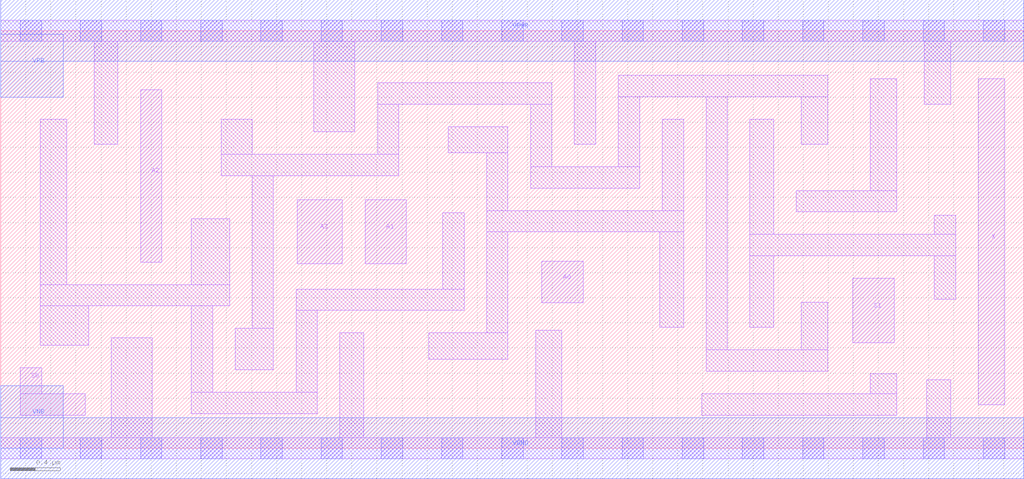
<source format=lef>
# Copyright 2020 The SkyWater PDK Authors
#
# Licensed under the Apache License, Version 2.0 (the "License");
# you may not use this file except in compliance with the License.
# You may obtain a copy of the License at
#
#     https://www.apache.org/licenses/LICENSE-2.0
#
# Unless required by applicable law or agreed to in writing, software
# distributed under the License is distributed on an "AS IS" BASIS,
# WITHOUT WARRANTIES OR CONDITIONS OF ANY KIND, either express or implied.
# See the License for the specific language governing permissions and
# limitations under the License.
#
# SPDX-License-Identifier: Apache-2.0

VERSION 5.5 ;
NAMESCASESENSITIVE ON ;
BUSBITCHARS "[]" ;
DIVIDERCHAR "/" ;
MACRO sky130_fd_sc_lp__mux4_m
  CLASS CORE ;
  SOURCE USER ;
  ORIGIN  0.000000  0.000000 ;
  SIZE  8.160000 BY  3.330000 ;
  SYMMETRY X Y R90 ;
  SITE unit ;
  PIN A0
    ANTENNAGATEAREA  0.126000 ;
    DIRECTION INPUT ;
    USE SIGNAL ;
    PORT
      LAYER li1 ;
        RECT 4.315000 1.160000 4.645000 1.490000 ;
    END
  END A0
  PIN A1
    ANTENNAGATEAREA  0.126000 ;
    DIRECTION INPUT ;
    USE SIGNAL ;
    PORT
      LAYER li1 ;
        RECT 2.905000 1.470000 3.235000 1.980000 ;
    END
  END A1
  PIN A2
    ANTENNAGATEAREA  0.126000 ;
    DIRECTION INPUT ;
    USE SIGNAL ;
    PORT
      LAYER li1 ;
        RECT 1.115000 1.485000 1.285000 2.860000 ;
    END
  END A2
  PIN A3
    ANTENNAGATEAREA  0.126000 ;
    DIRECTION INPUT ;
    USE SIGNAL ;
    PORT
      LAYER li1 ;
        RECT 2.365000 1.470000 2.725000 1.980000 ;
    END
  END A3
  PIN S0
    ANTENNAGATEAREA  0.378000 ;
    DIRECTION INPUT ;
    USE SIGNAL ;
    PORT
      LAYER li1 ;
        RECT 0.155000 0.265000 0.675000 0.435000 ;
        RECT 0.155000 0.435000 0.325000 0.640000 ;
    END
  END S0
  PIN S1
    ANTENNAGATEAREA  0.252000 ;
    DIRECTION INPUT ;
    USE SIGNAL ;
    PORT
      LAYER li1 ;
        RECT 6.795000 0.840000 7.125000 1.355000 ;
    END
  END S1
  PIN X
    ANTENNADIFFAREA  0.222600 ;
    DIRECTION OUTPUT ;
    USE SIGNAL ;
    PORT
      LAYER li1 ;
        RECT 7.795000 0.345000 8.005000 2.945000 ;
    END
  END X
  PIN VGND
    DIRECTION INOUT ;
    USE GROUND ;
    PORT
      LAYER met1 ;
        RECT 0.000000 -0.245000 8.160000 0.245000 ;
    END
  END VGND
  PIN VNB
    DIRECTION INOUT ;
    USE GROUND ;
    PORT
    END
  END VNB
  PIN VPB
    DIRECTION INOUT ;
    USE POWER ;
    PORT
    END
  END VPB
  PIN VNB
    DIRECTION INOUT ;
    USE GROUND ;
    PORT
      LAYER met1 ;
        RECT 0.000000 0.000000 0.500000 0.500000 ;
    END
  END VNB
  PIN VPB
    DIRECTION INOUT ;
    USE POWER ;
    PORT
      LAYER met1 ;
        RECT 0.000000 2.800000 0.500000 3.300000 ;
    END
  END VPB
  PIN VPWR
    DIRECTION INOUT ;
    USE POWER ;
    PORT
      LAYER met1 ;
        RECT 0.000000 3.085000 8.160000 3.575000 ;
    END
  END VPWR
  OBS
    LAYER li1 ;
      RECT 0.000000 -0.085000 8.160000 0.085000 ;
      RECT 0.000000  3.245000 8.160000 3.415000 ;
      RECT 0.315000  0.820000 0.700000 1.135000 ;
      RECT 0.315000  1.135000 1.825000 1.305000 ;
      RECT 0.315000  1.305000 0.525000 2.625000 ;
      RECT 0.745000  2.425000 0.935000 3.245000 ;
      RECT 0.880000  0.085000 1.210000 0.880000 ;
      RECT 1.520000  0.275000 2.525000 0.445000 ;
      RECT 1.520000  0.445000 1.690000 1.135000 ;
      RECT 1.520000  1.305000 1.825000 1.830000 ;
      RECT 1.760000  2.175000 3.175000 2.345000 ;
      RECT 1.760000  2.345000 2.005000 2.625000 ;
      RECT 1.870000  0.625000 2.175000 0.955000 ;
      RECT 2.005000  0.955000 2.175000 2.175000 ;
      RECT 2.355000  0.445000 2.525000 1.100000 ;
      RECT 2.355000  1.100000 3.695000 1.270000 ;
      RECT 2.495000  2.525000 2.825000 3.245000 ;
      RECT 2.705000  0.085000 2.895000 0.920000 ;
      RECT 3.005000  2.345000 3.175000 2.745000 ;
      RECT 3.005000  2.745000 4.395000 2.915000 ;
      RECT 3.415000  0.710000 4.045000 0.920000 ;
      RECT 3.525000  1.270000 3.695000 1.880000 ;
      RECT 3.570000  2.355000 4.045000 2.565000 ;
      RECT 3.875000  0.920000 4.045000 1.725000 ;
      RECT 3.875000  1.725000 5.445000 1.895000 ;
      RECT 3.875000  1.895000 4.045000 2.355000 ;
      RECT 4.225000  2.075000 5.095000 2.245000 ;
      RECT 4.225000  2.245000 4.395000 2.745000 ;
      RECT 4.265000  0.085000 4.475000 0.940000 ;
      RECT 4.575000  2.425000 4.745000 3.245000 ;
      RECT 4.925000  2.245000 5.095000 2.805000 ;
      RECT 4.925000  2.805000 6.595000 2.975000 ;
      RECT 5.255000  0.965000 5.445000 1.725000 ;
      RECT 5.275000  1.895000 5.445000 2.625000 ;
      RECT 5.590000  0.265000 7.145000 0.435000 ;
      RECT 5.625000  0.615000 6.595000 0.785000 ;
      RECT 5.625000  0.785000 5.795000 2.805000 ;
      RECT 5.975000  0.965000 6.165000 1.535000 ;
      RECT 5.975000  1.535000 7.615000 1.705000 ;
      RECT 5.975000  1.705000 6.165000 2.625000 ;
      RECT 6.345000  1.885000 7.145000 2.055000 ;
      RECT 6.385000  0.785000 6.595000 1.165000 ;
      RECT 6.385000  2.425000 6.595000 2.805000 ;
      RECT 6.935000  0.435000 7.145000 0.595000 ;
      RECT 6.935000  2.055000 7.145000 2.945000 ;
      RECT 7.365000  2.745000 7.575000 3.245000 ;
      RECT 7.385000  0.085000 7.575000 0.545000 ;
      RECT 7.445000  1.190000 7.615000 1.535000 ;
      RECT 7.445000  1.705000 7.615000 1.860000 ;
    LAYER mcon ;
      RECT 0.155000 -0.085000 0.325000 0.085000 ;
      RECT 0.155000  3.245000 0.325000 3.415000 ;
      RECT 0.635000 -0.085000 0.805000 0.085000 ;
      RECT 0.635000  3.245000 0.805000 3.415000 ;
      RECT 1.115000 -0.085000 1.285000 0.085000 ;
      RECT 1.115000  3.245000 1.285000 3.415000 ;
      RECT 1.595000 -0.085000 1.765000 0.085000 ;
      RECT 1.595000  3.245000 1.765000 3.415000 ;
      RECT 2.075000 -0.085000 2.245000 0.085000 ;
      RECT 2.075000  3.245000 2.245000 3.415000 ;
      RECT 2.555000 -0.085000 2.725000 0.085000 ;
      RECT 2.555000  3.245000 2.725000 3.415000 ;
      RECT 3.035000 -0.085000 3.205000 0.085000 ;
      RECT 3.035000  3.245000 3.205000 3.415000 ;
      RECT 3.515000 -0.085000 3.685000 0.085000 ;
      RECT 3.515000  3.245000 3.685000 3.415000 ;
      RECT 3.995000 -0.085000 4.165000 0.085000 ;
      RECT 3.995000  3.245000 4.165000 3.415000 ;
      RECT 4.475000 -0.085000 4.645000 0.085000 ;
      RECT 4.475000  3.245000 4.645000 3.415000 ;
      RECT 4.955000 -0.085000 5.125000 0.085000 ;
      RECT 4.955000  3.245000 5.125000 3.415000 ;
      RECT 5.435000 -0.085000 5.605000 0.085000 ;
      RECT 5.435000  3.245000 5.605000 3.415000 ;
      RECT 5.915000 -0.085000 6.085000 0.085000 ;
      RECT 5.915000  3.245000 6.085000 3.415000 ;
      RECT 6.395000 -0.085000 6.565000 0.085000 ;
      RECT 6.395000  3.245000 6.565000 3.415000 ;
      RECT 6.875000 -0.085000 7.045000 0.085000 ;
      RECT 6.875000  3.245000 7.045000 3.415000 ;
      RECT 7.355000 -0.085000 7.525000 0.085000 ;
      RECT 7.355000  3.245000 7.525000 3.415000 ;
      RECT 7.835000 -0.085000 8.005000 0.085000 ;
      RECT 7.835000  3.245000 8.005000 3.415000 ;
  END
END sky130_fd_sc_lp__mux4_m
END LIBRARY

</source>
